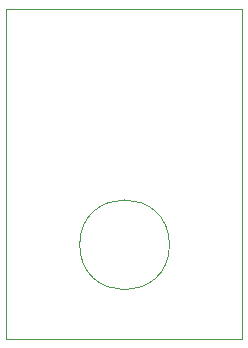
<source format=gm1>
G04 #@! TF.GenerationSoftware,KiCad,Pcbnew,(5.1.2)-1*
G04 #@! TF.CreationDate,2023-06-09T20:40:53+09:00*
G04 #@! TF.ProjectId,ma73x,6d613733-782e-46b6-9963-61645f706362,v1.2*
G04 #@! TF.SameCoordinates,Original*
G04 #@! TF.FileFunction,Profile,NP*
%FSLAX46Y46*%
G04 Gerber Fmt 4.6, Leading zero omitted, Abs format (unit mm)*
G04 Created by KiCad (PCBNEW (5.1.2)-1) date 2023-06-09 20:40:53*
%MOMM*%
%LPD*%
G04 APERTURE LIST*
%ADD10C,0.050000*%
G04 APERTURE END LIST*
D10*
X163820000Y-86990000D02*
G75*
G03X163820000Y-86990000I-3800000J0D01*
G01*
X150000000Y-95000000D02*
X150000000Y-67000000D01*
X170000000Y-95000000D02*
X150000000Y-95000000D01*
X170000000Y-67000000D02*
X170000000Y-95000000D01*
X150000000Y-67000000D02*
X170000000Y-67000000D01*
M02*

</source>
